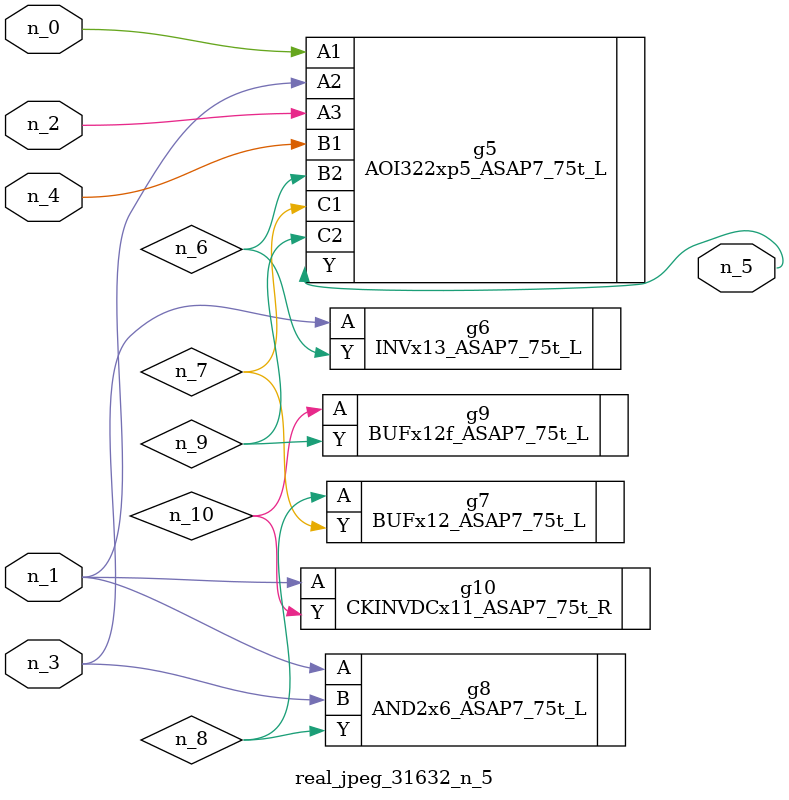
<source format=v>
module real_jpeg_31632_n_5 (n_4, n_0, n_1, n_2, n_3, n_5);

input n_4;
input n_0;
input n_1;
input n_2;
input n_3;

output n_5;

wire n_8;
wire n_6;
wire n_7;
wire n_10;
wire n_9;

AOI322xp5_ASAP7_75t_L g5 ( 
.A1(n_0),
.A2(n_1),
.A3(n_2),
.B1(n_4),
.B2(n_6),
.C1(n_7),
.C2(n_9),
.Y(n_5)
);

AND2x6_ASAP7_75t_L g8 ( 
.A(n_1),
.B(n_3),
.Y(n_8)
);

CKINVDCx11_ASAP7_75t_R g10 ( 
.A(n_1),
.Y(n_10)
);

INVx13_ASAP7_75t_L g6 ( 
.A(n_3),
.Y(n_6)
);

BUFx12_ASAP7_75t_L g7 ( 
.A(n_8),
.Y(n_7)
);

BUFx12f_ASAP7_75t_L g9 ( 
.A(n_10),
.Y(n_9)
);


endmodule
</source>
